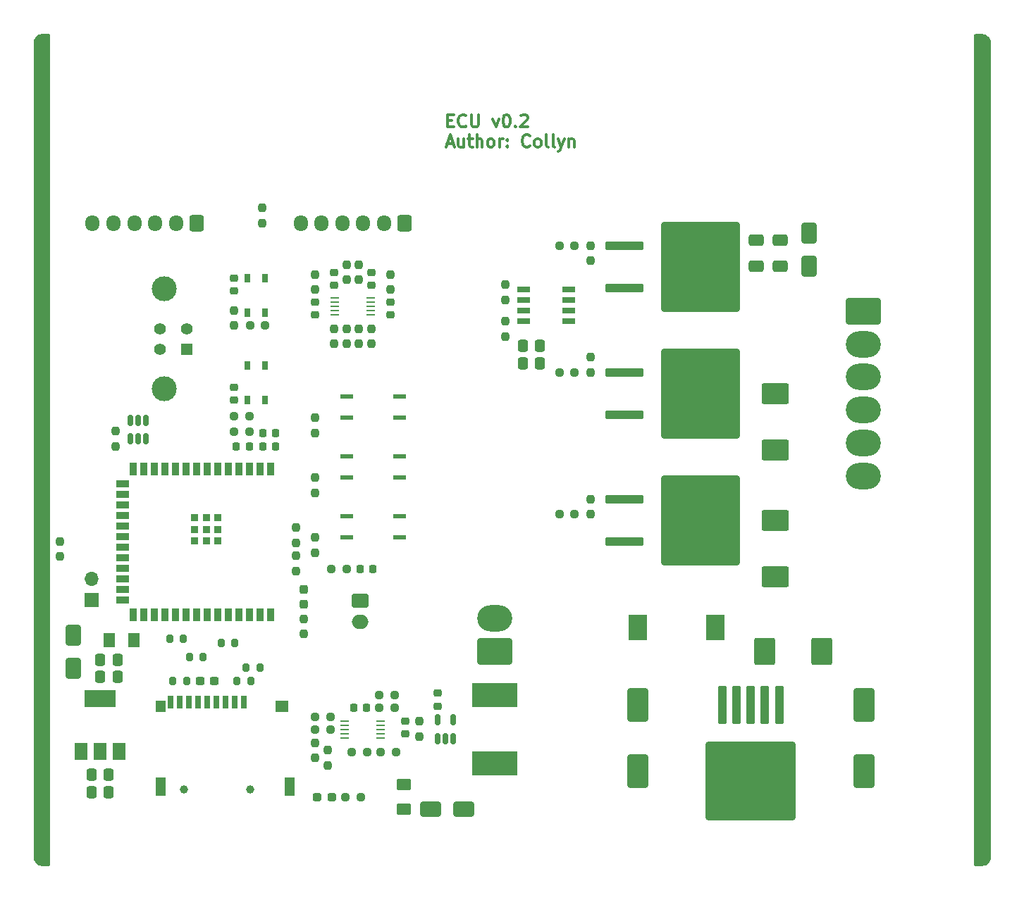
<source format=gbr>
%TF.GenerationSoftware,KiCad,Pcbnew,7.0.8-7.0.8~ubuntu22.04.1*%
%TF.CreationDate,2023-11-06T20:13:05+08:00*%
%TF.ProjectId,ECU,4543552e-6b69-4636-9164-5f7063625858,rev?*%
%TF.SameCoordinates,Original*%
%TF.FileFunction,Soldermask,Top*%
%TF.FilePolarity,Negative*%
%FSLAX46Y46*%
G04 Gerber Fmt 4.6, Leading zero omitted, Abs format (unit mm)*
G04 Created by KiCad (PCBNEW 7.0.8-7.0.8~ubuntu22.04.1) date 2023-11-06 20:13:05*
%MOMM*%
%LPD*%
G01*
G04 APERTURE LIST*
G04 Aperture macros list*
%AMRoundRect*
0 Rectangle with rounded corners*
0 $1 Rounding radius*
0 $2 $3 $4 $5 $6 $7 $8 $9 X,Y pos of 4 corners*
0 Add a 4 corners polygon primitive as box body*
4,1,4,$2,$3,$4,$5,$6,$7,$8,$9,$2,$3,0*
0 Add four circle primitives for the rounded corners*
1,1,$1+$1,$2,$3*
1,1,$1+$1,$4,$5*
1,1,$1+$1,$6,$7*
1,1,$1+$1,$8,$9*
0 Add four rect primitives between the rounded corners*
20,1,$1+$1,$2,$3,$4,$5,0*
20,1,$1+$1,$4,$5,$6,$7,0*
20,1,$1+$1,$6,$7,$8,$9,0*
20,1,$1+$1,$8,$9,$2,$3,0*%
G04 Aperture macros list end*
%ADD10C,0.300000*%
%ADD11RoundRect,0.225000X-0.250000X0.225000X-0.250000X-0.225000X0.250000X-0.225000X0.250000X0.225000X0*%
%ADD12R,1.525000X0.650000*%
%ADD13RoundRect,0.237500X-0.237500X0.250000X-0.237500X-0.250000X0.237500X-0.250000X0.237500X0.250000X0*%
%ADD14RoundRect,0.225000X0.250000X-0.225000X0.250000X0.225000X-0.250000X0.225000X-0.250000X-0.225000X0*%
%ADD15RoundRect,0.237500X0.237500X-0.250000X0.237500X0.250000X-0.237500X0.250000X-0.237500X-0.250000X0*%
%ADD16RoundRect,0.250000X0.600000X0.725000X-0.600000X0.725000X-0.600000X-0.725000X0.600000X-0.725000X0*%
%ADD17O,1.700000X1.950000*%
%ADD18RoundRect,0.250000X-0.750000X0.600000X-0.750000X-0.600000X0.750000X-0.600000X0.750000X0.600000X0*%
%ADD19O,2.000000X1.700000*%
%ADD20RoundRect,0.225000X0.225000X0.250000X-0.225000X0.250000X-0.225000X-0.250000X0.225000X-0.250000X0*%
%ADD21R,1.100000X0.250000*%
%ADD22RoundRect,0.250000X0.650000X-0.412500X0.650000X0.412500X-0.650000X0.412500X-0.650000X-0.412500X0*%
%ADD23RoundRect,0.237500X0.250000X0.237500X-0.250000X0.237500X-0.250000X-0.237500X0.250000X-0.237500X0*%
%ADD24R,0.650000X1.050000*%
%ADD25RoundRect,0.250000X-1.000000X-0.650000X1.000000X-0.650000X1.000000X0.650000X-1.000000X0.650000X0*%
%ADD26RoundRect,0.200000X-0.200000X-0.275000X0.200000X-0.275000X0.200000X0.275000X-0.200000X0.275000X0*%
%ADD27RoundRect,0.150000X-0.150000X0.512500X-0.150000X-0.512500X0.150000X-0.512500X0.150000X0.512500X0*%
%ADD28RoundRect,0.250000X1.850000X-1.330000X1.850000X1.330000X-1.850000X1.330000X-1.850000X-1.330000X0*%
%ADD29O,4.200000X3.160000*%
%ADD30R,0.900000X1.500000*%
%ADD31R,1.500000X0.900000*%
%ADD32R,0.900000X0.900000*%
%ADD33RoundRect,0.250000X1.000000X-1.400000X1.000000X1.400000X-1.000000X1.400000X-1.000000X-1.400000X0*%
%ADD34RoundRect,0.250000X1.400000X1.000000X-1.400000X1.000000X-1.400000X-1.000000X1.400000X-1.000000X0*%
%ADD35RoundRect,0.237500X-0.250000X-0.237500X0.250000X-0.237500X0.250000X0.237500X-0.250000X0.237500X0*%
%ADD36RoundRect,0.250000X-1.000000X1.750000X-1.000000X-1.750000X1.000000X-1.750000X1.000000X1.750000X0*%
%ADD37RoundRect,0.250000X0.650000X-1.000000X0.650000X1.000000X-0.650000X1.000000X-0.650000X-1.000000X0*%
%ADD38RoundRect,0.237500X0.237500X-0.287500X0.237500X0.287500X-0.237500X0.287500X-0.237500X-0.287500X0*%
%ADD39R,1.500000X2.000000*%
%ADD40R,3.800000X2.000000*%
%ADD41R,5.500000X2.850000*%
%ADD42RoundRect,0.250000X-0.337500X-0.475000X0.337500X-0.475000X0.337500X0.475000X-0.337500X0.475000X0*%
%ADD43R,1.500000X0.600000*%
%ADD44RoundRect,0.200000X0.200000X0.275000X-0.200000X0.275000X-0.200000X-0.275000X0.200000X-0.275000X0*%
%ADD45RoundRect,0.250001X0.624999X-0.462499X0.624999X0.462499X-0.624999X0.462499X-0.624999X-0.462499X0*%
%ADD46R,1.400000X1.400000*%
%ADD47C,1.400000*%
%ADD48C,3.000000*%
%ADD49RoundRect,0.250000X0.337500X0.475000X-0.337500X0.475000X-0.337500X-0.475000X0.337500X-0.475000X0*%
%ADD50RoundRect,0.150000X0.150000X-0.512500X0.150000X0.512500X-0.150000X0.512500X-0.150000X-0.512500X0*%
%ADD51RoundRect,0.250000X-1.850000X1.330000X-1.850000X-1.330000X1.850000X-1.330000X1.850000X1.330000X0*%
%ADD52RoundRect,0.250000X-2.050000X-0.300000X2.050000X-0.300000X2.050000X0.300000X-2.050000X0.300000X0*%
%ADD53RoundRect,0.250002X-4.449998X-5.149998X4.449998X-5.149998X4.449998X5.149998X-4.449998X5.149998X0*%
%ADD54R,1.700000X1.700000*%
%ADD55O,1.700000X1.700000*%
%ADD56C,1.000000*%
%ADD57R,0.700000X1.600000*%
%ADD58R,1.200000X1.400000*%
%ADD59R,1.200000X2.200000*%
%ADD60R,1.600000X1.400000*%
%ADD61RoundRect,0.237500X0.300000X0.237500X-0.300000X0.237500X-0.300000X-0.237500X0.300000X-0.237500X0*%
%ADD62RoundRect,0.250001X-0.462499X-0.624999X0.462499X-0.624999X0.462499X0.624999X-0.462499X0.624999X0*%
%ADD63RoundRect,0.225000X-0.225000X-0.250000X0.225000X-0.250000X0.225000X0.250000X-0.225000X0.250000X0*%
%ADD64RoundRect,0.250000X-0.300000X2.050000X-0.300000X-2.050000X0.300000X-2.050000X0.300000X2.050000X0*%
%ADD65RoundRect,0.250002X-5.149998X4.449998X-5.149998X-4.449998X5.149998X-4.449998X5.149998X4.449998X0*%
%ADD66RoundRect,0.237500X-0.287500X-0.237500X0.287500X-0.237500X0.287500X0.237500X-0.287500X0.237500X0*%
%ADD67R,2.200000X3.050000*%
G04 APERTURE END LIST*
D10*
X159754510Y-60385114D02*
X160254510Y-60385114D01*
X160468796Y-61170828D02*
X159754510Y-61170828D01*
X159754510Y-61170828D02*
X159754510Y-59670828D01*
X159754510Y-59670828D02*
X160468796Y-59670828D01*
X161968796Y-61027971D02*
X161897368Y-61099400D01*
X161897368Y-61099400D02*
X161683082Y-61170828D01*
X161683082Y-61170828D02*
X161540225Y-61170828D01*
X161540225Y-61170828D02*
X161325939Y-61099400D01*
X161325939Y-61099400D02*
X161183082Y-60956542D01*
X161183082Y-60956542D02*
X161111653Y-60813685D01*
X161111653Y-60813685D02*
X161040225Y-60527971D01*
X161040225Y-60527971D02*
X161040225Y-60313685D01*
X161040225Y-60313685D02*
X161111653Y-60027971D01*
X161111653Y-60027971D02*
X161183082Y-59885114D01*
X161183082Y-59885114D02*
X161325939Y-59742257D01*
X161325939Y-59742257D02*
X161540225Y-59670828D01*
X161540225Y-59670828D02*
X161683082Y-59670828D01*
X161683082Y-59670828D02*
X161897368Y-59742257D01*
X161897368Y-59742257D02*
X161968796Y-59813685D01*
X162611653Y-59670828D02*
X162611653Y-60885114D01*
X162611653Y-60885114D02*
X162683082Y-61027971D01*
X162683082Y-61027971D02*
X162754511Y-61099400D01*
X162754511Y-61099400D02*
X162897368Y-61170828D01*
X162897368Y-61170828D02*
X163183082Y-61170828D01*
X163183082Y-61170828D02*
X163325939Y-61099400D01*
X163325939Y-61099400D02*
X163397368Y-61027971D01*
X163397368Y-61027971D02*
X163468796Y-60885114D01*
X163468796Y-60885114D02*
X163468796Y-59670828D01*
X165183082Y-60170828D02*
X165540225Y-61170828D01*
X165540225Y-61170828D02*
X165897368Y-60170828D01*
X166754511Y-59670828D02*
X166897368Y-59670828D01*
X166897368Y-59670828D02*
X167040225Y-59742257D01*
X167040225Y-59742257D02*
X167111654Y-59813685D01*
X167111654Y-59813685D02*
X167183082Y-59956542D01*
X167183082Y-59956542D02*
X167254511Y-60242257D01*
X167254511Y-60242257D02*
X167254511Y-60599400D01*
X167254511Y-60599400D02*
X167183082Y-60885114D01*
X167183082Y-60885114D02*
X167111654Y-61027971D01*
X167111654Y-61027971D02*
X167040225Y-61099400D01*
X167040225Y-61099400D02*
X166897368Y-61170828D01*
X166897368Y-61170828D02*
X166754511Y-61170828D01*
X166754511Y-61170828D02*
X166611654Y-61099400D01*
X166611654Y-61099400D02*
X166540225Y-61027971D01*
X166540225Y-61027971D02*
X166468796Y-60885114D01*
X166468796Y-60885114D02*
X166397368Y-60599400D01*
X166397368Y-60599400D02*
X166397368Y-60242257D01*
X166397368Y-60242257D02*
X166468796Y-59956542D01*
X166468796Y-59956542D02*
X166540225Y-59813685D01*
X166540225Y-59813685D02*
X166611654Y-59742257D01*
X166611654Y-59742257D02*
X166754511Y-59670828D01*
X167897367Y-61027971D02*
X167968796Y-61099400D01*
X167968796Y-61099400D02*
X167897367Y-61170828D01*
X167897367Y-61170828D02*
X167825939Y-61099400D01*
X167825939Y-61099400D02*
X167897367Y-61027971D01*
X167897367Y-61027971D02*
X167897367Y-61170828D01*
X168540225Y-59813685D02*
X168611653Y-59742257D01*
X168611653Y-59742257D02*
X168754511Y-59670828D01*
X168754511Y-59670828D02*
X169111653Y-59670828D01*
X169111653Y-59670828D02*
X169254511Y-59742257D01*
X169254511Y-59742257D02*
X169325939Y-59813685D01*
X169325939Y-59813685D02*
X169397368Y-59956542D01*
X169397368Y-59956542D02*
X169397368Y-60099400D01*
X169397368Y-60099400D02*
X169325939Y-60313685D01*
X169325939Y-60313685D02*
X168468796Y-61170828D01*
X168468796Y-61170828D02*
X169397368Y-61170828D01*
X159683082Y-63157257D02*
X160397368Y-63157257D01*
X159540225Y-63585828D02*
X160040225Y-62085828D01*
X160040225Y-62085828D02*
X160540225Y-63585828D01*
X161683082Y-62585828D02*
X161683082Y-63585828D01*
X161040224Y-62585828D02*
X161040224Y-63371542D01*
X161040224Y-63371542D02*
X161111653Y-63514400D01*
X161111653Y-63514400D02*
X161254510Y-63585828D01*
X161254510Y-63585828D02*
X161468796Y-63585828D01*
X161468796Y-63585828D02*
X161611653Y-63514400D01*
X161611653Y-63514400D02*
X161683082Y-63442971D01*
X162183082Y-62585828D02*
X162754510Y-62585828D01*
X162397367Y-62085828D02*
X162397367Y-63371542D01*
X162397367Y-63371542D02*
X162468796Y-63514400D01*
X162468796Y-63514400D02*
X162611653Y-63585828D01*
X162611653Y-63585828D02*
X162754510Y-63585828D01*
X163254510Y-63585828D02*
X163254510Y-62085828D01*
X163897368Y-63585828D02*
X163897368Y-62800114D01*
X163897368Y-62800114D02*
X163825939Y-62657257D01*
X163825939Y-62657257D02*
X163683082Y-62585828D01*
X163683082Y-62585828D02*
X163468796Y-62585828D01*
X163468796Y-62585828D02*
X163325939Y-62657257D01*
X163325939Y-62657257D02*
X163254510Y-62728685D01*
X164825939Y-63585828D02*
X164683082Y-63514400D01*
X164683082Y-63514400D02*
X164611653Y-63442971D01*
X164611653Y-63442971D02*
X164540225Y-63300114D01*
X164540225Y-63300114D02*
X164540225Y-62871542D01*
X164540225Y-62871542D02*
X164611653Y-62728685D01*
X164611653Y-62728685D02*
X164683082Y-62657257D01*
X164683082Y-62657257D02*
X164825939Y-62585828D01*
X164825939Y-62585828D02*
X165040225Y-62585828D01*
X165040225Y-62585828D02*
X165183082Y-62657257D01*
X165183082Y-62657257D02*
X165254511Y-62728685D01*
X165254511Y-62728685D02*
X165325939Y-62871542D01*
X165325939Y-62871542D02*
X165325939Y-63300114D01*
X165325939Y-63300114D02*
X165254511Y-63442971D01*
X165254511Y-63442971D02*
X165183082Y-63514400D01*
X165183082Y-63514400D02*
X165040225Y-63585828D01*
X165040225Y-63585828D02*
X164825939Y-63585828D01*
X165968796Y-63585828D02*
X165968796Y-62585828D01*
X165968796Y-62871542D02*
X166040225Y-62728685D01*
X166040225Y-62728685D02*
X166111654Y-62657257D01*
X166111654Y-62657257D02*
X166254511Y-62585828D01*
X166254511Y-62585828D02*
X166397368Y-62585828D01*
X166897367Y-63442971D02*
X166968796Y-63514400D01*
X166968796Y-63514400D02*
X166897367Y-63585828D01*
X166897367Y-63585828D02*
X166825939Y-63514400D01*
X166825939Y-63514400D02*
X166897367Y-63442971D01*
X166897367Y-63442971D02*
X166897367Y-63585828D01*
X166897367Y-62657257D02*
X166968796Y-62728685D01*
X166968796Y-62728685D02*
X166897367Y-62800114D01*
X166897367Y-62800114D02*
X166825939Y-62728685D01*
X166825939Y-62728685D02*
X166897367Y-62657257D01*
X166897367Y-62657257D02*
X166897367Y-62800114D01*
X169611653Y-63442971D02*
X169540225Y-63514400D01*
X169540225Y-63514400D02*
X169325939Y-63585828D01*
X169325939Y-63585828D02*
X169183082Y-63585828D01*
X169183082Y-63585828D02*
X168968796Y-63514400D01*
X168968796Y-63514400D02*
X168825939Y-63371542D01*
X168825939Y-63371542D02*
X168754510Y-63228685D01*
X168754510Y-63228685D02*
X168683082Y-62942971D01*
X168683082Y-62942971D02*
X168683082Y-62728685D01*
X168683082Y-62728685D02*
X168754510Y-62442971D01*
X168754510Y-62442971D02*
X168825939Y-62300114D01*
X168825939Y-62300114D02*
X168968796Y-62157257D01*
X168968796Y-62157257D02*
X169183082Y-62085828D01*
X169183082Y-62085828D02*
X169325939Y-62085828D01*
X169325939Y-62085828D02*
X169540225Y-62157257D01*
X169540225Y-62157257D02*
X169611653Y-62228685D01*
X170468796Y-63585828D02*
X170325939Y-63514400D01*
X170325939Y-63514400D02*
X170254510Y-63442971D01*
X170254510Y-63442971D02*
X170183082Y-63300114D01*
X170183082Y-63300114D02*
X170183082Y-62871542D01*
X170183082Y-62871542D02*
X170254510Y-62728685D01*
X170254510Y-62728685D02*
X170325939Y-62657257D01*
X170325939Y-62657257D02*
X170468796Y-62585828D01*
X170468796Y-62585828D02*
X170683082Y-62585828D01*
X170683082Y-62585828D02*
X170825939Y-62657257D01*
X170825939Y-62657257D02*
X170897368Y-62728685D01*
X170897368Y-62728685D02*
X170968796Y-62871542D01*
X170968796Y-62871542D02*
X170968796Y-63300114D01*
X170968796Y-63300114D02*
X170897368Y-63442971D01*
X170897368Y-63442971D02*
X170825939Y-63514400D01*
X170825939Y-63514400D02*
X170683082Y-63585828D01*
X170683082Y-63585828D02*
X170468796Y-63585828D01*
X171825939Y-63585828D02*
X171683082Y-63514400D01*
X171683082Y-63514400D02*
X171611653Y-63371542D01*
X171611653Y-63371542D02*
X171611653Y-62085828D01*
X172611653Y-63585828D02*
X172468796Y-63514400D01*
X172468796Y-63514400D02*
X172397367Y-63371542D01*
X172397367Y-63371542D02*
X172397367Y-62085828D01*
X173040224Y-62585828D02*
X173397367Y-63585828D01*
X173754510Y-62585828D02*
X173397367Y-63585828D01*
X173397367Y-63585828D02*
X173254510Y-63942971D01*
X173254510Y-63942971D02*
X173183081Y-64014400D01*
X173183081Y-64014400D02*
X173040224Y-64085828D01*
X174325938Y-62585828D02*
X174325938Y-63585828D01*
X174325938Y-62728685D02*
X174397367Y-62657257D01*
X174397367Y-62657257D02*
X174540224Y-62585828D01*
X174540224Y-62585828D02*
X174754510Y-62585828D01*
X174754510Y-62585828D02*
X174897367Y-62657257D01*
X174897367Y-62657257D02*
X174968796Y-62800114D01*
X174968796Y-62800114D02*
X174968796Y-63585828D01*
D11*
%TO.C,C10*%
X158530000Y-129235000D03*
X158530000Y-130785000D03*
%TD*%
D12*
%TO.C,IC1*%
X168888000Y-80695000D03*
X168888000Y-81965000D03*
X168888000Y-83235000D03*
X168888000Y-84505000D03*
X174312000Y-84505000D03*
X174312000Y-83235000D03*
X174312000Y-81965000D03*
X174312000Y-80695000D03*
%TD*%
D13*
%TO.C,R11*%
X176900000Y-75430000D03*
X176900000Y-77255000D03*
%TD*%
D14*
%TO.C,C29*%
X152900000Y-82212500D03*
X152900000Y-83762500D03*
%TD*%
D15*
%TO.C,R4*%
X145300000Y-137925000D03*
X145300000Y-136100000D03*
%TD*%
D16*
%TO.C,J1*%
X154600000Y-72700000D03*
D17*
X152100000Y-72700000D03*
X149600000Y-72700000D03*
X147100000Y-72700000D03*
X144600000Y-72700000D03*
X142100000Y-72700000D03*
%TD*%
D18*
%TO.C,J8*%
X149225000Y-118151250D03*
D19*
X149225000Y-120651250D03*
%TD*%
D20*
%TO.C,C26*%
X150775000Y-114300000D03*
X149225000Y-114300000D03*
%TD*%
D14*
%TO.C,C24*%
X154640000Y-134150000D03*
X154640000Y-132600000D03*
%TD*%
D15*
%TO.C,R9*%
X143800000Y-112365000D03*
X143800000Y-110540000D03*
%TD*%
D13*
%TO.C,R33*%
X143800000Y-80725000D03*
X143800000Y-78900000D03*
%TD*%
D21*
%TO.C,U5*%
X151690000Y-134600000D03*
X151690000Y-134100000D03*
X151690000Y-133600000D03*
X151690000Y-133100000D03*
X151690000Y-132600000D03*
X147390000Y-132600000D03*
X147390000Y-133100000D03*
X147390000Y-133600000D03*
X147390000Y-134100000D03*
X147390000Y-134600000D03*
%TD*%
D22*
%TO.C,C20*%
X199690000Y-77930000D03*
X199690000Y-74805000D03*
%TD*%
D23*
%TO.C,R50*%
X153352500Y-130950000D03*
X151527500Y-130950000D03*
%TD*%
D22*
%TO.C,C17*%
X196790000Y-77930000D03*
X196790000Y-74805000D03*
%TD*%
D15*
%TO.C,R32*%
X149100000Y-85400000D03*
X149100000Y-87225000D03*
%TD*%
D24*
%TO.C,SW2*%
X135695000Y-83450000D03*
X135695000Y-79300000D03*
X137845000Y-83450000D03*
X137845000Y-79300000D03*
%TD*%
D25*
%TO.C,D10*%
X157700000Y-143200000D03*
X161700000Y-143200000D03*
%TD*%
D13*
%TO.C,R34*%
X152900000Y-80725000D03*
X152900000Y-78900000D03*
%TD*%
%TO.C,R26*%
X146100000Y-87225000D03*
X146100000Y-85400000D03*
%TD*%
%TO.C,R8*%
X113200000Y-110987500D03*
X113200000Y-112812500D03*
%TD*%
D26*
%TO.C,R16*%
X126725000Y-127800000D03*
X128375000Y-127800000D03*
%TD*%
D27*
%TO.C,U7*%
X123530000Y-96402500D03*
X122580000Y-96402500D03*
X121630000Y-96402500D03*
X121630000Y-98677500D03*
X122580000Y-98677500D03*
X123530000Y-98677500D03*
%TD*%
D28*
%TO.C,J5*%
X165380000Y-124210000D03*
D29*
X165380000Y-120250000D03*
%TD*%
D30*
%TO.C,IC4*%
X138460000Y-102300000D03*
X137190000Y-102300000D03*
X135920000Y-102300000D03*
X134650000Y-102300000D03*
X133380000Y-102300000D03*
X132110000Y-102300000D03*
X130840000Y-102300000D03*
X129570000Y-102300000D03*
X128300000Y-102300000D03*
X127030000Y-102300000D03*
X125760000Y-102300000D03*
X124490000Y-102300000D03*
X123220000Y-102300000D03*
X121950000Y-102300000D03*
D31*
X120700000Y-104065000D03*
X120700000Y-105335000D03*
X120700000Y-106605000D03*
X120700000Y-107875000D03*
X120700000Y-109145000D03*
X120700000Y-110415000D03*
X120700000Y-111685000D03*
X120700000Y-112955000D03*
X120700000Y-114225000D03*
X120700000Y-115495000D03*
X120700000Y-116765000D03*
X120700000Y-118035000D03*
D30*
X121950000Y-119800000D03*
X123220000Y-119800000D03*
X124490000Y-119800000D03*
X125760000Y-119800000D03*
X127030000Y-119800000D03*
X128300000Y-119800000D03*
X129570000Y-119800000D03*
X130840000Y-119800000D03*
X132110000Y-119800000D03*
X133380000Y-119800000D03*
X134650000Y-119800000D03*
X135920000Y-119800000D03*
X137190000Y-119800000D03*
X138460000Y-119800000D03*
D32*
X130740000Y-109550000D03*
X132140000Y-108150000D03*
X130740000Y-108150000D03*
X129340000Y-108150000D03*
X129340000Y-109550000D03*
X129340000Y-110950000D03*
X130740000Y-110950000D03*
X132140000Y-110950000D03*
X132140000Y-109550000D03*
%TD*%
D23*
%TO.C,R42*%
X153515000Y-136350000D03*
X151690000Y-136350000D03*
%TD*%
D15*
%TO.C,R22*%
X119850000Y-99537500D03*
X119850000Y-97712500D03*
%TD*%
%TO.C,R5*%
X143800000Y-137012500D03*
X143800000Y-135187500D03*
%TD*%
D23*
%TO.C,R24*%
X145652500Y-132050000D03*
X143827500Y-132050000D03*
%TD*%
D24*
%TO.C,SW1*%
X137845000Y-89875000D03*
X137845000Y-94025000D03*
X135695000Y-89875000D03*
X135695000Y-94025000D03*
%TD*%
D15*
%TO.C,R12*%
X143800000Y-97965000D03*
X143800000Y-96140000D03*
%TD*%
D33*
%TO.C,D3*%
X197875000Y-124200000D03*
X204675000Y-124200000D03*
%TD*%
D34*
%TO.C,D6*%
X199090000Y-100000000D03*
X199090000Y-93200000D03*
%TD*%
D35*
%TO.C,R23*%
X173187500Y-107715000D03*
X175012500Y-107715000D03*
%TD*%
D36*
%TO.C,C9*%
X182575000Y-130625000D03*
X182575000Y-138625000D03*
%TD*%
D37*
%TO.C,D7*%
X114740000Y-126260000D03*
X114740000Y-122260000D03*
%TD*%
D13*
%TO.C,R7*%
X141500000Y-109337500D03*
X141500000Y-111162500D03*
%TD*%
D38*
%TO.C,D5*%
X142500000Y-118515000D03*
X142500000Y-116765000D03*
%TD*%
D23*
%TO.C,R51*%
X145652500Y-133650000D03*
X143827500Y-133650000D03*
%TD*%
D39*
%TO.C,U2*%
X115700000Y-136200000D03*
X118000000Y-136200000D03*
D40*
X118000000Y-129900000D03*
D39*
X120300000Y-136200000D03*
%TD*%
D41*
%TO.C,R45*%
X165380000Y-137700000D03*
X165380000Y-129500000D03*
%TD*%
D20*
%TO.C,C4*%
X139075000Y-97985000D03*
X137525000Y-97985000D03*
%TD*%
D42*
%TO.C,C1*%
X118000000Y-125200000D03*
X120075000Y-125200000D03*
%TD*%
D15*
%TO.C,R31*%
X142500000Y-122112500D03*
X142500000Y-120287500D03*
%TD*%
D43*
%TO.C,IC2*%
X147650000Y-93600000D03*
X147650000Y-96140000D03*
X154000000Y-96140000D03*
X154000000Y-93600000D03*
%TD*%
D44*
%TO.C,R20*%
X137175000Y-126140000D03*
X135525000Y-126140000D03*
%TD*%
D34*
%TO.C,D8*%
X199090000Y-115230000D03*
X199090000Y-108430000D03*
%TD*%
D45*
%TO.C,D4*%
X154500000Y-143187500D03*
X154500000Y-140212500D03*
%TD*%
D21*
%TO.C,U4*%
X146200000Y-83712500D03*
X146200000Y-83212500D03*
X146200000Y-82712500D03*
X146200000Y-82212500D03*
X146200000Y-81712500D03*
X150500000Y-81712500D03*
X150500000Y-82212500D03*
X150500000Y-82712500D03*
X150500000Y-83212500D03*
X150500000Y-83712500D03*
%TD*%
D16*
%TO.C,J3*%
X129600000Y-72700000D03*
D17*
X127100000Y-72700000D03*
X124600000Y-72700000D03*
X122100000Y-72700000D03*
X119600000Y-72700000D03*
X117100000Y-72700000D03*
%TD*%
D43*
%TO.C,IC3*%
X147650000Y-100800000D03*
X147650000Y-103340000D03*
X154000000Y-103340000D03*
X154000000Y-100800000D03*
%TD*%
D46*
%TO.C,J4*%
X128410000Y-87900000D03*
D47*
X128410000Y-85400000D03*
X125210000Y-85400000D03*
X125210000Y-87900000D03*
D48*
X125700000Y-80630000D03*
X125700000Y-92670000D03*
%TD*%
D15*
%TO.C,R39*%
X156340000Y-134425000D03*
X156340000Y-132600000D03*
%TD*%
D35*
%TO.C,R28*%
X136020000Y-85050000D03*
X137845000Y-85050000D03*
%TD*%
D23*
%TO.C,R27*%
X135920000Y-95900000D03*
X134095000Y-95900000D03*
%TD*%
D49*
%TO.C,C7*%
X119037500Y-139062500D03*
X116962500Y-139062500D03*
%TD*%
D11*
%TO.C,C12*%
X134095000Y-79300000D03*
X134095000Y-80850000D03*
%TD*%
D50*
%TO.C,U6*%
X158540000Y-134737500D03*
X159490000Y-134737500D03*
X160440000Y-134737500D03*
X160440000Y-132462500D03*
X158540000Y-132462500D03*
%TD*%
D51*
%TO.C,J6*%
X209690000Y-83300000D03*
D29*
X209690000Y-87260000D03*
X209690000Y-91220000D03*
X209690000Y-95180000D03*
X209690000Y-99140000D03*
X209690000Y-103100000D03*
%TD*%
D52*
%TO.C,Q1*%
X180950000Y-105890000D03*
D53*
X190100000Y-108430000D03*
D52*
X180950000Y-110970000D03*
%TD*%
D54*
%TO.C,JP1*%
X117000000Y-118010000D03*
D55*
X117000000Y-115470000D03*
%TD*%
D11*
%TO.C,C11*%
X134095000Y-92475000D03*
X134095000Y-94025000D03*
%TD*%
D42*
%TO.C,C6*%
X118000000Y-127300000D03*
X120075000Y-127300000D03*
%TD*%
D26*
%TO.C,R21*%
X126375000Y-122700000D03*
X128025000Y-122700000D03*
%TD*%
D35*
%TO.C,R43*%
X148227500Y-136350000D03*
X150052500Y-136350000D03*
%TD*%
D13*
%TO.C,R25*%
X147600000Y-87225000D03*
X147600000Y-85400000D03*
%TD*%
D56*
%TO.C,J2*%
X128070000Y-140850000D03*
X136050000Y-140850000D03*
D57*
X135250000Y-130350000D03*
X134150000Y-130350000D03*
X133050000Y-130350000D03*
X131950000Y-130350000D03*
X130850000Y-130350000D03*
X129750000Y-130350000D03*
X128650000Y-130350000D03*
X127550000Y-130350000D03*
X126450000Y-130350000D03*
D58*
X125250000Y-130850000D03*
D59*
X140750000Y-140450000D03*
X125250000Y-140450000D03*
D60*
X139850000Y-130850000D03*
%TD*%
D49*
%TO.C,C2*%
X119037500Y-141162500D03*
X116962500Y-141162500D03*
%TD*%
D61*
%TO.C,C16*%
X131702500Y-127800000D03*
X129977500Y-127800000D03*
%TD*%
D13*
%TO.C,R37*%
X147600000Y-79550000D03*
X147600000Y-77725000D03*
%TD*%
D44*
%TO.C,R18*%
X134205000Y-123200000D03*
X132555000Y-123200000D03*
%TD*%
D36*
%TO.C,C8*%
X209775000Y-130625000D03*
X209775000Y-138625000D03*
%TD*%
D15*
%TO.C,R15*%
X176900000Y-90660000D03*
X176900000Y-88835000D03*
%TD*%
D35*
%TO.C,R47*%
X151527500Y-129450000D03*
X153352500Y-129450000D03*
%TD*%
D23*
%TO.C,R2*%
X149312500Y-141700000D03*
X147487500Y-141700000D03*
%TD*%
D62*
%TO.C,D2*%
X119062500Y-122900000D03*
X122037500Y-122900000D03*
%TD*%
D23*
%TO.C,R14*%
X175012500Y-90660000D03*
X173187500Y-90660000D03*
%TD*%
D49*
%TO.C,C19*%
X170837500Y-87500000D03*
X168762500Y-87500000D03*
%TD*%
%TO.C,C18*%
X170837500Y-89600000D03*
X168762500Y-89600000D03*
%TD*%
D52*
%TO.C,Q3*%
X180950000Y-75430000D03*
D53*
X190100000Y-77970000D03*
D52*
X180950000Y-80510000D03*
%TD*%
D13*
%TO.C,R36*%
X149100000Y-79550000D03*
X149100000Y-77725000D03*
%TD*%
D14*
%TO.C,C14*%
X143800000Y-82212500D03*
X143800000Y-83762500D03*
%TD*%
D63*
%TO.C,C5*%
X134370000Y-99600000D03*
X135920000Y-99600000D03*
%TD*%
D13*
%TO.C,R1*%
X166700000Y-80140000D03*
X166700000Y-81965000D03*
%TD*%
D15*
%TO.C,R3*%
X166700000Y-86330000D03*
X166700000Y-84505000D03*
%TD*%
D23*
%TO.C,R10*%
X175012500Y-75430000D03*
X173187500Y-75430000D03*
%TD*%
D11*
%TO.C,C27*%
X146100000Y-80187500D03*
X146100000Y-78637500D03*
%TD*%
D23*
%TO.C,R6*%
X135912500Y-97800000D03*
X134087500Y-97800000D03*
%TD*%
D43*
%TO.C,IC5*%
X147650000Y-108000000D03*
X147650000Y-110540000D03*
X154000000Y-110540000D03*
X154000000Y-108000000D03*
%TD*%
D64*
%TO.C,U1*%
X199575000Y-130625000D03*
X197875000Y-130625000D03*
X196175000Y-130625000D03*
D65*
X196175000Y-139775000D03*
D64*
X194475000Y-130625000D03*
X192775000Y-130625000D03*
%TD*%
D20*
%TO.C,C3*%
X139075000Y-99600000D03*
X137525000Y-99600000D03*
%TD*%
D15*
%TO.C,R30*%
X134095000Y-85050000D03*
X134095000Y-83225000D03*
%TD*%
D26*
%TO.C,R17*%
X128745000Y-124910000D03*
X130395000Y-124910000D03*
%TD*%
D11*
%TO.C,C28*%
X150600000Y-80187500D03*
X150600000Y-78637500D03*
%TD*%
D13*
%TO.C,R38*%
X176900000Y-105890000D03*
X176900000Y-107715000D03*
%TD*%
D44*
%TO.C,R19*%
X136075000Y-127800000D03*
X134425000Y-127800000D03*
%TD*%
D66*
%TO.C,D1*%
X144100000Y-141700000D03*
X145850000Y-141700000D03*
%TD*%
D63*
%TO.C,C25*%
X148465000Y-130950000D03*
X150015000Y-130950000D03*
%TD*%
D13*
%TO.C,R54*%
X137500000Y-70875000D03*
X137500000Y-72700000D03*
%TD*%
D15*
%TO.C,R13*%
X143800000Y-105165000D03*
X143800000Y-103340000D03*
%TD*%
%TO.C,R53*%
X141500000Y-114562500D03*
X141500000Y-112737500D03*
%TD*%
D35*
%TO.C,R52*%
X145762500Y-114300000D03*
X147587500Y-114300000D03*
%TD*%
D15*
%TO.C,R35*%
X150600000Y-87225000D03*
X150600000Y-85400000D03*
%TD*%
D37*
%TO.C,D9*%
X203190000Y-77930000D03*
X203190000Y-73930000D03*
%TD*%
D52*
%TO.C,Q4*%
X180950000Y-90660000D03*
D53*
X190100000Y-93200000D03*
D52*
X180950000Y-95740000D03*
%TD*%
D67*
%TO.C,L1*%
X191875000Y-121300000D03*
X182575000Y-121300000D03*
%TD*%
G36*
X111943039Y-50019685D02*
G01*
X111988794Y-50072489D01*
X112000000Y-50124000D01*
X112000000Y-149876000D01*
X111980315Y-149943039D01*
X111927511Y-149988794D01*
X111876000Y-150000000D01*
X111003049Y-150000000D01*
X110996968Y-149999701D01*
X110817065Y-149981982D01*
X110793224Y-149977240D01*
X110629001Y-149927424D01*
X110606543Y-149918121D01*
X110455201Y-149837227D01*
X110434989Y-149823722D01*
X110302333Y-149714854D01*
X110285145Y-149697666D01*
X110176277Y-149565010D01*
X110162772Y-149544798D01*
X110081878Y-149393456D01*
X110072575Y-149370998D01*
X110022759Y-149206775D01*
X110018017Y-149182934D01*
X110000299Y-149003032D01*
X110000000Y-148996951D01*
X110000000Y-51003048D01*
X110000299Y-50996967D01*
X110018017Y-50817065D01*
X110022759Y-50793224D01*
X110072575Y-50629001D01*
X110081878Y-50606543D01*
X110162772Y-50455201D01*
X110176277Y-50434989D01*
X110285145Y-50302333D01*
X110302333Y-50285145D01*
X110434989Y-50176277D01*
X110455201Y-50162772D01*
X110606543Y-50081878D01*
X110629001Y-50072575D01*
X110793224Y-50022759D01*
X110817065Y-50018017D01*
X110996969Y-50000299D01*
X111003049Y-50000000D01*
X111876000Y-50000000D01*
X111943039Y-50019685D01*
G37*
G36*
X224003032Y-50000299D02*
G01*
X224182934Y-50018017D01*
X224206775Y-50022759D01*
X224370998Y-50072575D01*
X224393456Y-50081878D01*
X224544798Y-50162772D01*
X224565010Y-50176277D01*
X224697666Y-50285145D01*
X224714854Y-50302333D01*
X224823722Y-50434989D01*
X224837227Y-50455201D01*
X224918121Y-50606543D01*
X224927424Y-50629001D01*
X224977240Y-50793224D01*
X224981982Y-50817065D01*
X224999701Y-50996967D01*
X225000000Y-51003048D01*
X225000000Y-148996951D01*
X224999701Y-149003032D01*
X224981982Y-149182934D01*
X224977240Y-149206775D01*
X224927424Y-149370998D01*
X224918121Y-149393456D01*
X224837227Y-149544798D01*
X224823722Y-149565010D01*
X224714854Y-149697666D01*
X224697666Y-149714854D01*
X224565010Y-149823722D01*
X224544798Y-149837227D01*
X224393456Y-149918121D01*
X224370998Y-149927424D01*
X224206775Y-149977240D01*
X224182934Y-149981982D01*
X224003032Y-149999701D01*
X223996951Y-150000000D01*
X223124000Y-150000000D01*
X223056961Y-149980315D01*
X223011206Y-149927511D01*
X223000000Y-149876000D01*
X223000000Y-50124000D01*
X223019685Y-50056961D01*
X223072489Y-50011206D01*
X223124000Y-50000000D01*
X223996951Y-50000000D01*
X224003032Y-50000299D01*
G37*
M02*

</source>
